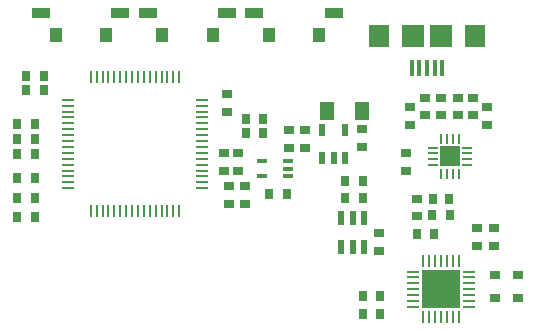
<source format=gtp>
G04 Layer_Color=8421504*
%FSLAX42Y42*%
%MOMM*%
G71*
G01*
G75*
%ADD10R,1.00X0.25*%
%ADD11R,0.25X1.00*%
%ADD12R,0.90X0.70*%
%ADD13R,0.80X0.90*%
%ADD14R,1.50X0.90*%
%ADD15R,1.00X1.30*%
%ADD16R,1.68X1.68*%
%ADD17R,0.82X0.26*%
%ADD18R,0.26X0.82*%
%ADD19R,0.70X0.90*%
%ADD20R,0.40X1.35*%
%ADD21R,1.80X1.90*%
%ADD22R,1.90X1.90*%
%ADD23R,0.90X0.40*%
%ADD24R,0.56X1.27*%
%ADD25R,3.25X3.25*%
%ADD26R,0.27X1.01*%
%ADD27R,1.01X0.27*%
%ADD28R,0.60X1.10*%
%ADD29R,1.30X1.50*%
G36*
X11696Y7548D02*
X11696Y7442D01*
X11589D01*
X11589Y7548D01*
X11696Y7548D01*
D02*
G37*
G36*
X11552Y6388D02*
X11437D01*
X11437Y6503D01*
X11552D01*
X11552Y6388D01*
D02*
G37*
G36*
X11703Y6388D02*
X11588D01*
Y6503D01*
X11703Y6503D01*
Y6388D01*
D02*
G37*
G36*
X11552Y6237D02*
X11437D01*
Y6352D01*
X11552D01*
Y6237D01*
D02*
G37*
G36*
X11703Y6237D02*
X11588D01*
X11588Y6352D01*
X11703Y6352D01*
Y6237D01*
D02*
G37*
D10*
X8407Y7225D02*
D03*
Y7275D02*
D03*
Y7325D02*
D03*
Y7375D02*
D03*
Y7425D02*
D03*
Y7475D02*
D03*
Y7525D02*
D03*
Y7575D02*
D03*
Y7625D02*
D03*
Y7675D02*
D03*
Y7725D02*
D03*
Y7775D02*
D03*
Y7825D02*
D03*
Y7875D02*
D03*
Y7925D02*
D03*
Y7975D02*
D03*
X9547D02*
D03*
Y7925D02*
D03*
Y7875D02*
D03*
Y7825D02*
D03*
Y7775D02*
D03*
Y7725D02*
D03*
Y7675D02*
D03*
Y7625D02*
D03*
Y7575D02*
D03*
Y7525D02*
D03*
Y7475D02*
D03*
Y7425D02*
D03*
Y7375D02*
D03*
Y7325D02*
D03*
Y7275D02*
D03*
Y7225D02*
D03*
D11*
X8603Y8170D02*
D03*
X8653D02*
D03*
X8703D02*
D03*
X8753D02*
D03*
X8803D02*
D03*
X8853D02*
D03*
X8903D02*
D03*
X8953D02*
D03*
X9003D02*
D03*
X9053D02*
D03*
X9103D02*
D03*
X9153D02*
D03*
X9203D02*
D03*
X9253D02*
D03*
X9303D02*
D03*
X9353D02*
D03*
Y7030D02*
D03*
X9253D02*
D03*
X9203D02*
D03*
X9153D02*
D03*
X9053D02*
D03*
X8953D02*
D03*
X8853D02*
D03*
X8753D02*
D03*
X8653D02*
D03*
X8603D02*
D03*
X8703D02*
D03*
X8803D02*
D03*
X8903D02*
D03*
X9003D02*
D03*
X9103D02*
D03*
X9303D02*
D03*
D12*
X11710Y7993D02*
D03*
Y7843D02*
D03*
X11843D02*
D03*
Y7993D02*
D03*
X11270Y7370D02*
D03*
Y7520D02*
D03*
X11368Y7138D02*
D03*
Y6988D02*
D03*
X11957Y7765D02*
D03*
Y7915D02*
D03*
X11310Y7762D02*
D03*
Y7912D02*
D03*
X11432Y7843D02*
D03*
Y7993D02*
D03*
X11568Y7843D02*
D03*
Y7993D02*
D03*
X12220Y6295D02*
D03*
X12220Y6490D02*
D03*
X12030Y6295D02*
D03*
X12030Y6490D02*
D03*
X9770Y7245D02*
D03*
Y7095D02*
D03*
X9910Y7245D02*
D03*
X9910Y7095D02*
D03*
X9730Y7375D02*
D03*
Y7525D02*
D03*
X9850Y7375D02*
D03*
Y7525D02*
D03*
X11040Y6845D02*
D03*
Y6695D02*
D03*
X11870Y6885D02*
D03*
X11870Y6735D02*
D03*
X12020Y6885D02*
D03*
Y6735D02*
D03*
X9760Y7875D02*
D03*
Y8025D02*
D03*
X10280Y7715D02*
D03*
Y7565D02*
D03*
X10420Y7715D02*
D03*
Y7565D02*
D03*
X10900Y7725D02*
D03*
Y7575D02*
D03*
D13*
X11638Y7135D02*
D03*
X11497Y7135D02*
D03*
X11368Y6835D02*
D03*
X11507D02*
D03*
D14*
X8180Y8705D02*
D03*
X8855D02*
D03*
X9085D02*
D03*
X9760D02*
D03*
X9985D02*
D03*
X10660D02*
D03*
D15*
X8305Y8520D02*
D03*
X8730Y8520D02*
D03*
X9210Y8520D02*
D03*
X9635Y8520D02*
D03*
X10110Y8520D02*
D03*
X10535Y8520D02*
D03*
D16*
X11643Y7495D02*
D03*
D17*
X11788Y7570D02*
D03*
Y7520D02*
D03*
X11788Y7470D02*
D03*
X11788Y7420D02*
D03*
X11497Y7420D02*
D03*
Y7470D02*
D03*
Y7520D02*
D03*
X11497Y7570D02*
D03*
D18*
X11568Y7640D02*
D03*
X11618Y7640D02*
D03*
X11668Y7640D02*
D03*
X11718D02*
D03*
Y7350D02*
D03*
X11668Y7350D02*
D03*
X11618D02*
D03*
X11568Y7350D02*
D03*
D19*
X8128Y7645D02*
D03*
X7978D02*
D03*
X8128Y7518D02*
D03*
X7978D02*
D03*
X8128Y6978D02*
D03*
X7978Y6978D02*
D03*
X8128Y7773D02*
D03*
X7978D02*
D03*
X8058Y8057D02*
D03*
X8207D02*
D03*
X8057Y8172D02*
D03*
X8207Y8172D02*
D03*
X11643Y6995D02*
D03*
X11493D02*
D03*
X7978Y7145D02*
D03*
X8128Y7145D02*
D03*
X8128Y7315D02*
D03*
X7978D02*
D03*
X10905Y7140D02*
D03*
X10755Y7140D02*
D03*
X10905Y7290D02*
D03*
X10755D02*
D03*
X10905Y6160D02*
D03*
X11055Y6160D02*
D03*
X10905Y6310D02*
D03*
X11055Y6310D02*
D03*
X10265Y7180D02*
D03*
X10115D02*
D03*
X9915Y7690D02*
D03*
X10065D02*
D03*
X9915Y7810D02*
D03*
X10065D02*
D03*
D20*
X11579Y8246D02*
D03*
X11514D02*
D03*
X11449D02*
D03*
X11384D02*
D03*
X11319D02*
D03*
D21*
X11854Y8514D02*
D03*
X11044D02*
D03*
D22*
X11569D02*
D03*
X11329D02*
D03*
D23*
X10050Y7325D02*
D03*
Y7455D02*
D03*
X10270D02*
D03*
Y7390D02*
D03*
Y7325D02*
D03*
D24*
X10914Y6728D02*
D03*
X10820D02*
D03*
X10726D02*
D03*
Y6972D02*
D03*
X10820D02*
D03*
X10914D02*
D03*
D25*
X11570Y6370D02*
D03*
D26*
X11720Y6134D02*
D03*
X11670D02*
D03*
X11620D02*
D03*
X11570D02*
D03*
X11520D02*
D03*
X11470D02*
D03*
X11420D02*
D03*
Y6606D02*
D03*
X11470D02*
D03*
X11520D02*
D03*
X11570D02*
D03*
X11620D02*
D03*
X11670D02*
D03*
X11720D02*
D03*
D27*
X11334Y6220D02*
D03*
Y6270D02*
D03*
Y6320D02*
D03*
Y6370D02*
D03*
Y6420D02*
D03*
Y6470D02*
D03*
Y6520D02*
D03*
X11806D02*
D03*
Y6470D02*
D03*
Y6420D02*
D03*
Y6370D02*
D03*
Y6320D02*
D03*
Y6270D02*
D03*
Y6220D02*
D03*
D28*
X10565Y7720D02*
D03*
X10755D02*
D03*
Y7480D02*
D03*
X10660D02*
D03*
X10565D02*
D03*
D29*
X10600Y7880D02*
D03*
X10900D02*
D03*
M02*

</source>
